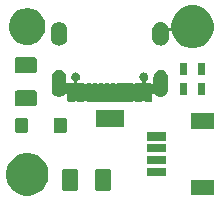
<source format=gts>
G04 #@! TF.GenerationSoftware,KiCad,Pcbnew,(5.1.4)-1*
G04 #@! TF.CreationDate,2022-05-10T00:39:04+09:00*
G04 #@! TF.ProjectId,Unified-Daughterboard,556e6966-6965-4642-9d44-617567687465,C3*
G04 #@! TF.SameCoordinates,Original*
G04 #@! TF.FileFunction,Soldermask,Top*
G04 #@! TF.FilePolarity,Negative*
%FSLAX46Y46*%
G04 Gerber Fmt 4.6, Leading zero omitted, Abs format (unit mm)*
G04 Created by KiCad (PCBNEW (5.1.4)-1) date 2022-05-10 00:39:04*
%MOMM*%
%LPD*%
G04 APERTURE LIST*
%ADD10C,0.100000*%
G04 APERTURE END LIST*
D10*
G36*
X68527831Y-69311211D02*
G01*
X68855592Y-69446974D01*
X69150570Y-69644072D01*
X69401428Y-69894930D01*
X69598526Y-70189908D01*
X69734289Y-70517669D01*
X69803500Y-70865616D01*
X69803500Y-71220384D01*
X69734289Y-71568331D01*
X69598526Y-71896092D01*
X69401428Y-72191070D01*
X69150570Y-72441928D01*
X68855592Y-72639026D01*
X68527831Y-72774789D01*
X68179884Y-72844000D01*
X67825116Y-72844000D01*
X67477169Y-72774789D01*
X67149408Y-72639026D01*
X66854430Y-72441928D01*
X66603572Y-72191070D01*
X66406474Y-71896092D01*
X66270711Y-71568331D01*
X66201500Y-71220384D01*
X66201500Y-70865616D01*
X66270711Y-70517669D01*
X66406474Y-70189908D01*
X66603572Y-69894930D01*
X66854430Y-69644072D01*
X67149408Y-69446974D01*
X67477169Y-69311211D01*
X67825116Y-69242000D01*
X68179884Y-69242000D01*
X68527831Y-69311211D01*
X68527831Y-69311211D01*
G37*
G36*
X83803500Y-72792000D02*
G01*
X81901500Y-72792000D01*
X81901500Y-71490000D01*
X83803500Y-71490000D01*
X83803500Y-72792000D01*
X83803500Y-72792000D01*
G37*
G36*
X74943604Y-70579347D02*
G01*
X74980144Y-70590432D01*
X75013821Y-70608433D01*
X75043341Y-70632659D01*
X75067567Y-70662179D01*
X75085568Y-70695856D01*
X75096653Y-70732396D01*
X75101000Y-70776538D01*
X75101000Y-72225462D01*
X75096653Y-72269604D01*
X75085568Y-72306144D01*
X75067567Y-72339821D01*
X75043341Y-72369341D01*
X75013821Y-72393567D01*
X74980144Y-72411568D01*
X74943604Y-72422653D01*
X74899462Y-72427000D01*
X73950538Y-72427000D01*
X73906396Y-72422653D01*
X73869856Y-72411568D01*
X73836179Y-72393567D01*
X73806659Y-72369341D01*
X73782433Y-72339821D01*
X73764432Y-72306144D01*
X73753347Y-72269604D01*
X73749000Y-72225462D01*
X73749000Y-70776538D01*
X73753347Y-70732396D01*
X73764432Y-70695856D01*
X73782433Y-70662179D01*
X73806659Y-70632659D01*
X73836179Y-70608433D01*
X73869856Y-70590432D01*
X73906396Y-70579347D01*
X73950538Y-70575000D01*
X74899462Y-70575000D01*
X74943604Y-70579347D01*
X74943604Y-70579347D01*
G37*
G36*
X72143604Y-70579347D02*
G01*
X72180144Y-70590432D01*
X72213821Y-70608433D01*
X72243341Y-70632659D01*
X72267567Y-70662179D01*
X72285568Y-70695856D01*
X72296653Y-70732396D01*
X72301000Y-70776538D01*
X72301000Y-72225462D01*
X72296653Y-72269604D01*
X72285568Y-72306144D01*
X72267567Y-72339821D01*
X72243341Y-72369341D01*
X72213821Y-72393567D01*
X72180144Y-72411568D01*
X72143604Y-72422653D01*
X72099462Y-72427000D01*
X71150538Y-72427000D01*
X71106396Y-72422653D01*
X71069856Y-72411568D01*
X71036179Y-72393567D01*
X71006659Y-72369341D01*
X70982433Y-72339821D01*
X70964432Y-72306144D01*
X70953347Y-72269604D01*
X70949000Y-72225462D01*
X70949000Y-70776538D01*
X70953347Y-70732396D01*
X70964432Y-70695856D01*
X70982433Y-70662179D01*
X71006659Y-70632659D01*
X71036179Y-70608433D01*
X71069856Y-70590432D01*
X71106396Y-70579347D01*
X71150538Y-70575000D01*
X72099462Y-70575000D01*
X72143604Y-70579347D01*
X72143604Y-70579347D01*
G37*
G36*
X79803500Y-71192000D02*
G01*
X78151500Y-71192000D01*
X78151500Y-70490000D01*
X79803500Y-70490000D01*
X79803500Y-71192000D01*
X79803500Y-71192000D01*
G37*
G36*
X79803500Y-70192000D02*
G01*
X78151500Y-70192000D01*
X78151500Y-69490000D01*
X79803500Y-69490000D01*
X79803500Y-70192000D01*
X79803500Y-70192000D01*
G37*
G36*
X79803500Y-69192000D02*
G01*
X78151500Y-69192000D01*
X78151500Y-68490000D01*
X79803500Y-68490000D01*
X79803500Y-69192000D01*
X79803500Y-69192000D01*
G37*
G36*
X79803500Y-68192000D02*
G01*
X78151500Y-68192000D01*
X78151500Y-67490000D01*
X79803500Y-67490000D01*
X79803500Y-68192000D01*
X79803500Y-68192000D01*
G37*
G36*
X71188934Y-66243686D02*
G01*
X71228784Y-66255774D01*
X71265499Y-66275399D01*
X71297686Y-66301814D01*
X71324101Y-66334001D01*
X71343726Y-66370716D01*
X71355814Y-66410566D01*
X71360500Y-66458141D01*
X71360500Y-67321859D01*
X71355814Y-67369434D01*
X71343726Y-67409284D01*
X71324101Y-67445999D01*
X71297686Y-67478186D01*
X71265499Y-67504601D01*
X71228784Y-67524226D01*
X71188934Y-67536314D01*
X71141359Y-67541000D01*
X70477641Y-67541000D01*
X70430066Y-67536314D01*
X70390216Y-67524226D01*
X70353501Y-67504601D01*
X70321314Y-67478186D01*
X70294899Y-67445999D01*
X70275274Y-67409284D01*
X70263186Y-67369434D01*
X70258500Y-67321859D01*
X70258500Y-66458141D01*
X70263186Y-66410566D01*
X70275274Y-66370716D01*
X70294899Y-66334001D01*
X70321314Y-66301814D01*
X70353501Y-66275399D01*
X70390216Y-66255774D01*
X70430066Y-66243686D01*
X70477641Y-66239000D01*
X71141359Y-66239000D01*
X71188934Y-66243686D01*
X71188934Y-66243686D01*
G37*
G36*
X67888934Y-66243686D02*
G01*
X67928784Y-66255774D01*
X67965499Y-66275399D01*
X67997686Y-66301814D01*
X68024101Y-66334001D01*
X68043726Y-66370716D01*
X68055814Y-66410566D01*
X68060500Y-66458141D01*
X68060500Y-67321859D01*
X68055814Y-67369434D01*
X68043726Y-67409284D01*
X68024101Y-67445999D01*
X67997686Y-67478186D01*
X67965499Y-67504601D01*
X67928784Y-67524226D01*
X67888934Y-67536314D01*
X67841359Y-67541000D01*
X67177641Y-67541000D01*
X67130066Y-67536314D01*
X67090216Y-67524226D01*
X67053501Y-67504601D01*
X67021314Y-67478186D01*
X66994899Y-67445999D01*
X66975274Y-67409284D01*
X66963186Y-67369434D01*
X66958500Y-67321859D01*
X66958500Y-66458141D01*
X66963186Y-66410566D01*
X66975274Y-66370716D01*
X66994899Y-66334001D01*
X67021314Y-66301814D01*
X67053501Y-66275399D01*
X67090216Y-66255774D01*
X67130066Y-66243686D01*
X67177641Y-66239000D01*
X67841359Y-66239000D01*
X67888934Y-66243686D01*
X67888934Y-66243686D01*
G37*
G36*
X83803500Y-67192000D02*
G01*
X81901500Y-67192000D01*
X81901500Y-65890000D01*
X83803500Y-65890000D01*
X83803500Y-67192000D01*
X83803500Y-67192000D01*
G37*
G36*
X76178500Y-67054000D02*
G01*
X74316793Y-67054000D01*
X74305434Y-67032749D01*
X74289889Y-67013807D01*
X74270947Y-66998262D01*
X74249336Y-66986711D01*
X74225887Y-66979598D01*
X74201501Y-66977196D01*
X74177115Y-66979598D01*
X74153666Y-66986711D01*
X74132055Y-66998262D01*
X74127799Y-67001419D01*
X74126952Y-67002451D01*
X74100281Y-67024339D01*
X74069853Y-67040603D01*
X74036837Y-67050618D01*
X74002501Y-67054000D01*
X74002499Y-67054000D01*
X73968163Y-67050618D01*
X73935147Y-67040603D01*
X73904719Y-67024339D01*
X73878048Y-67002451D01*
X73856160Y-66975780D01*
X73839896Y-66945352D01*
X73829881Y-66912336D01*
X73826499Y-66878000D01*
X73826499Y-66578000D01*
X73829881Y-66543664D01*
X73839896Y-66510648D01*
X73856160Y-66480220D01*
X73858117Y-66477835D01*
X73861381Y-66471729D01*
X73863917Y-66467934D01*
X73873297Y-66445296D01*
X73878080Y-66421263D01*
X73878082Y-66396759D01*
X73873304Y-66372726D01*
X73863929Y-66350086D01*
X73850317Y-66329710D01*
X73832992Y-66312381D01*
X73826500Y-66308042D01*
X73826500Y-65632000D01*
X76178500Y-65632000D01*
X76178500Y-67054000D01*
X76178500Y-67054000D01*
G37*
G36*
X68659104Y-63935347D02*
G01*
X68695644Y-63946432D01*
X68729321Y-63964433D01*
X68758841Y-63988659D01*
X68783067Y-64018179D01*
X68801068Y-64051856D01*
X68812153Y-64088396D01*
X68816500Y-64132538D01*
X68816500Y-65081462D01*
X68812153Y-65125604D01*
X68801068Y-65162144D01*
X68783067Y-65195821D01*
X68758841Y-65225341D01*
X68729321Y-65249567D01*
X68695644Y-65267568D01*
X68659104Y-65278653D01*
X68614962Y-65283000D01*
X67166038Y-65283000D01*
X67121896Y-65278653D01*
X67085356Y-65267568D01*
X67051679Y-65249567D01*
X67022159Y-65225341D01*
X66997933Y-65195821D01*
X66979932Y-65162144D01*
X66968847Y-65125604D01*
X66964500Y-65081462D01*
X66964500Y-64132538D01*
X66968847Y-64088396D01*
X66979932Y-64051856D01*
X66997933Y-64018179D01*
X67022159Y-63988659D01*
X67051679Y-63964433D01*
X67085356Y-63946432D01*
X67121896Y-63935347D01*
X67166038Y-63931000D01*
X68614962Y-63931000D01*
X68659104Y-63935347D01*
X68659104Y-63935347D01*
G37*
G36*
X79420318Y-62200696D02*
G01*
X79533605Y-62235062D01*
X79638012Y-62290869D01*
X79729527Y-62365973D01*
X79804631Y-62457488D01*
X79860438Y-62561895D01*
X79894804Y-62675182D01*
X79903500Y-62763481D01*
X79903500Y-63922519D01*
X79894804Y-64010818D01*
X79860438Y-64124105D01*
X79804631Y-64228512D01*
X79804630Y-64228513D01*
X79729527Y-64320027D01*
X79700315Y-64344000D01*
X79638011Y-64395131D01*
X79533604Y-64450938D01*
X79420317Y-64485304D01*
X79302500Y-64496907D01*
X79184682Y-64485304D01*
X79071395Y-64450938D01*
X78966988Y-64395131D01*
X78950577Y-64381663D01*
X78875473Y-64320027D01*
X78825122Y-64258673D01*
X78807798Y-64241348D01*
X78787423Y-64227735D01*
X78764784Y-64218357D01*
X78740751Y-64213577D01*
X78716247Y-64213577D01*
X78692214Y-64218357D01*
X78669575Y-64227735D01*
X78649201Y-64241348D01*
X78631873Y-64258675D01*
X78618260Y-64279050D01*
X78608882Y-64301689D01*
X78604102Y-64325722D01*
X78603500Y-64337974D01*
X78603500Y-64774860D01*
X78600736Y-64802928D01*
X78594340Y-64824009D01*
X78583952Y-64843445D01*
X78569976Y-64860476D01*
X78552945Y-64874452D01*
X78533509Y-64884840D01*
X78512428Y-64891236D01*
X78484360Y-64894000D01*
X78020640Y-64894000D01*
X77992572Y-64891236D01*
X77971491Y-64884840D01*
X77952056Y-64874452D01*
X77931797Y-64857827D01*
X77911423Y-64844214D01*
X77888784Y-64834837D01*
X77864750Y-64830057D01*
X77840246Y-64830057D01*
X77816213Y-64834838D01*
X77793574Y-64844216D01*
X77773203Y-64857827D01*
X77752944Y-64874452D01*
X77733509Y-64884840D01*
X77712428Y-64891236D01*
X77684360Y-64894000D01*
X77220640Y-64894000D01*
X77192572Y-64891236D01*
X77171491Y-64884840D01*
X77152056Y-64874452D01*
X77127048Y-64853929D01*
X77106674Y-64840315D01*
X77084035Y-64830938D01*
X77060002Y-64826157D01*
X77035497Y-64826157D01*
X77011464Y-64830937D01*
X76988825Y-64840314D01*
X76968451Y-64853928D01*
X76951123Y-64871256D01*
X76941943Y-64882442D01*
X76936276Y-64887092D01*
X76929810Y-64890549D01*
X76922795Y-64892677D01*
X76909360Y-64894000D01*
X76595640Y-64894000D01*
X76582205Y-64892677D01*
X76575191Y-64890549D01*
X76561423Y-64883190D01*
X76538784Y-64873813D01*
X76514751Y-64869033D01*
X76490247Y-64869033D01*
X76466214Y-64873814D01*
X76443577Y-64883190D01*
X76429809Y-64890549D01*
X76422795Y-64892677D01*
X76409360Y-64894000D01*
X76095640Y-64894000D01*
X76082205Y-64892677D01*
X76075191Y-64890549D01*
X76061423Y-64883190D01*
X76038784Y-64873813D01*
X76014751Y-64869033D01*
X75990247Y-64869033D01*
X75966214Y-64873814D01*
X75943577Y-64883190D01*
X75929809Y-64890549D01*
X75922795Y-64892677D01*
X75909360Y-64894000D01*
X75595640Y-64894000D01*
X75582205Y-64892677D01*
X75575191Y-64890549D01*
X75563423Y-64884259D01*
X75540784Y-64874882D01*
X75516751Y-64870102D01*
X75492247Y-64870102D01*
X75468214Y-64874883D01*
X75445577Y-64884259D01*
X75433809Y-64890549D01*
X75426795Y-64892677D01*
X75413360Y-64894000D01*
X75099640Y-64894000D01*
X75086205Y-64892677D01*
X75079191Y-64890549D01*
X75063423Y-64882121D01*
X75040784Y-64872744D01*
X75016751Y-64867964D01*
X74992247Y-64867964D01*
X74968214Y-64872745D01*
X74945577Y-64882121D01*
X74929809Y-64890549D01*
X74922795Y-64892677D01*
X74909360Y-64894000D01*
X74595640Y-64894000D01*
X74582205Y-64892677D01*
X74575191Y-64890549D01*
X74561423Y-64883190D01*
X74538784Y-64873813D01*
X74514751Y-64869033D01*
X74490247Y-64869033D01*
X74466214Y-64873814D01*
X74443577Y-64883190D01*
X74429809Y-64890549D01*
X74422795Y-64892677D01*
X74409360Y-64894000D01*
X74095640Y-64894000D01*
X74082205Y-64892677D01*
X74075191Y-64890549D01*
X74061423Y-64883190D01*
X74038784Y-64873813D01*
X74014751Y-64869033D01*
X73990247Y-64869033D01*
X73966214Y-64873814D01*
X73943577Y-64883190D01*
X73929809Y-64890549D01*
X73922795Y-64892677D01*
X73909360Y-64894000D01*
X73595640Y-64894000D01*
X73582205Y-64892677D01*
X73575191Y-64890549D01*
X73561423Y-64883190D01*
X73538784Y-64873813D01*
X73514751Y-64869033D01*
X73490247Y-64869033D01*
X73466214Y-64873814D01*
X73443577Y-64883190D01*
X73429809Y-64890549D01*
X73422795Y-64892677D01*
X73409360Y-64894000D01*
X73095640Y-64894000D01*
X73082205Y-64892677D01*
X73075190Y-64890549D01*
X73068724Y-64887092D01*
X73063057Y-64882442D01*
X73053877Y-64871256D01*
X73036550Y-64853929D01*
X73016176Y-64840315D01*
X72993537Y-64830938D01*
X72969504Y-64826157D01*
X72945000Y-64826157D01*
X72920967Y-64830937D01*
X72898328Y-64840314D01*
X72877952Y-64853929D01*
X72852944Y-64874452D01*
X72833509Y-64884840D01*
X72812428Y-64891236D01*
X72784360Y-64894000D01*
X72320640Y-64894000D01*
X72292572Y-64891236D01*
X72271491Y-64884840D01*
X72252056Y-64874452D01*
X72231797Y-64857827D01*
X72211423Y-64844214D01*
X72188784Y-64834837D01*
X72164750Y-64830057D01*
X72140246Y-64830057D01*
X72116213Y-64834838D01*
X72093574Y-64844216D01*
X72073203Y-64857827D01*
X72052944Y-64874452D01*
X72033509Y-64884840D01*
X72012428Y-64891236D01*
X71984360Y-64894000D01*
X71520640Y-64894000D01*
X71492572Y-64891236D01*
X71471491Y-64884840D01*
X71452055Y-64874452D01*
X71435024Y-64860476D01*
X71421048Y-64843445D01*
X71410660Y-64824009D01*
X71404264Y-64802928D01*
X71401500Y-64774860D01*
X71401500Y-64337975D01*
X71399098Y-64313589D01*
X71391985Y-64290140D01*
X71380434Y-64268529D01*
X71364889Y-64249587D01*
X71345947Y-64234042D01*
X71324336Y-64222491D01*
X71300887Y-64215378D01*
X71276501Y-64212976D01*
X71252115Y-64215378D01*
X71228666Y-64222491D01*
X71207055Y-64234042D01*
X71179877Y-64258675D01*
X71129527Y-64320027D01*
X71100315Y-64344000D01*
X71038011Y-64395131D01*
X70933604Y-64450938D01*
X70820317Y-64485304D01*
X70702500Y-64496907D01*
X70584682Y-64485304D01*
X70471395Y-64450938D01*
X70366988Y-64395131D01*
X70353072Y-64383711D01*
X70275473Y-64320027D01*
X70200370Y-64228512D01*
X70200369Y-64228511D01*
X70144562Y-64124104D01*
X70110196Y-64010817D01*
X70101500Y-63922518D01*
X70101501Y-62763481D01*
X70110197Y-62675182D01*
X70144563Y-62561895D01*
X70200370Y-62457488D01*
X70275474Y-62365973D01*
X70366989Y-62290869D01*
X70471396Y-62235062D01*
X70584683Y-62200696D01*
X70702500Y-62189093D01*
X70820318Y-62200696D01*
X70933605Y-62235062D01*
X71038012Y-62290869D01*
X71129527Y-62365973D01*
X71204631Y-62457488D01*
X71260438Y-62561895D01*
X71294804Y-62675182D01*
X71303500Y-62763481D01*
X71303500Y-63233578D01*
X71305902Y-63257964D01*
X71313015Y-63281413D01*
X71324566Y-63303024D01*
X71340111Y-63321966D01*
X71359053Y-63337511D01*
X71380664Y-63349062D01*
X71404113Y-63356175D01*
X71428499Y-63358577D01*
X71452885Y-63356175D01*
X71464786Y-63353194D01*
X71492574Y-63344764D01*
X71520640Y-63342000D01*
X71846785Y-63342000D01*
X71871171Y-63339598D01*
X71894620Y-63332485D01*
X71916231Y-63320934D01*
X71935173Y-63305389D01*
X71950718Y-63286447D01*
X71962269Y-63264836D01*
X71969382Y-63241387D01*
X71971784Y-63217001D01*
X71969382Y-63192615D01*
X71962269Y-63169166D01*
X71950718Y-63147555D01*
X71935173Y-63128613D01*
X71916236Y-63113072D01*
X71872814Y-63084058D01*
X71820442Y-63031686D01*
X71779293Y-62970103D01*
X71750950Y-62901675D01*
X71736500Y-62829033D01*
X71736500Y-62754967D01*
X71750950Y-62682325D01*
X71779293Y-62613897D01*
X71820442Y-62552314D01*
X71872814Y-62499942D01*
X71934397Y-62458793D01*
X72002825Y-62430450D01*
X72002826Y-62430450D01*
X72002828Y-62430449D01*
X72075466Y-62416000D01*
X72149534Y-62416000D01*
X72222172Y-62430449D01*
X72222174Y-62430450D01*
X72222175Y-62430450D01*
X72290603Y-62458793D01*
X72352186Y-62499942D01*
X72404558Y-62552314D01*
X72445707Y-62613897D01*
X72474050Y-62682325D01*
X72488500Y-62754967D01*
X72488500Y-62829033D01*
X72474050Y-62901675D01*
X72445707Y-62970103D01*
X72404558Y-63031686D01*
X72352186Y-63084058D01*
X72308764Y-63113072D01*
X72289827Y-63128614D01*
X72274282Y-63147556D01*
X72262731Y-63169166D01*
X72255618Y-63192615D01*
X72253216Y-63217001D01*
X72255618Y-63241387D01*
X72262731Y-63264836D01*
X72274282Y-63286447D01*
X72289828Y-63305389D01*
X72308770Y-63320934D01*
X72330380Y-63332485D01*
X72353829Y-63339598D01*
X72378215Y-63342000D01*
X72784360Y-63342000D01*
X72812428Y-63344764D01*
X72833509Y-63351160D01*
X72852944Y-63361548D01*
X72877952Y-63382071D01*
X72898326Y-63395685D01*
X72920965Y-63405062D01*
X72944998Y-63409843D01*
X72969503Y-63409843D01*
X72993536Y-63405063D01*
X73016175Y-63395686D01*
X73036549Y-63382072D01*
X73053877Y-63364744D01*
X73063057Y-63353558D01*
X73068724Y-63348908D01*
X73075190Y-63345451D01*
X73082205Y-63343323D01*
X73095640Y-63342000D01*
X73409360Y-63342000D01*
X73422795Y-63343323D01*
X73429809Y-63345451D01*
X73443577Y-63352810D01*
X73466216Y-63362187D01*
X73490249Y-63366967D01*
X73514753Y-63366967D01*
X73538786Y-63362186D01*
X73561423Y-63352810D01*
X73575191Y-63345451D01*
X73582205Y-63343323D01*
X73595640Y-63342000D01*
X73909360Y-63342000D01*
X73922795Y-63343323D01*
X73929809Y-63345451D01*
X73943577Y-63352810D01*
X73966216Y-63362187D01*
X73990249Y-63366967D01*
X74014753Y-63366967D01*
X74038786Y-63362186D01*
X74061423Y-63352810D01*
X74075191Y-63345451D01*
X74082205Y-63343323D01*
X74095640Y-63342000D01*
X74409360Y-63342000D01*
X74422795Y-63343323D01*
X74429809Y-63345451D01*
X74443577Y-63352810D01*
X74466216Y-63362187D01*
X74490249Y-63366967D01*
X74514753Y-63366967D01*
X74538786Y-63362186D01*
X74561423Y-63352810D01*
X74575191Y-63345451D01*
X74582205Y-63343323D01*
X74595640Y-63342000D01*
X74909360Y-63342000D01*
X74922795Y-63343323D01*
X74929809Y-63345451D01*
X74945577Y-63353879D01*
X74968216Y-63363256D01*
X74992249Y-63368036D01*
X75016753Y-63368036D01*
X75040786Y-63363255D01*
X75063423Y-63353879D01*
X75079191Y-63345451D01*
X75086205Y-63343323D01*
X75099640Y-63342000D01*
X75413360Y-63342000D01*
X75426795Y-63343323D01*
X75433809Y-63345451D01*
X75445577Y-63351741D01*
X75468216Y-63361118D01*
X75492249Y-63365898D01*
X75516753Y-63365898D01*
X75540786Y-63361117D01*
X75563423Y-63351741D01*
X75575191Y-63345451D01*
X75582205Y-63343323D01*
X75595640Y-63342000D01*
X75909360Y-63342000D01*
X75922795Y-63343323D01*
X75929809Y-63345451D01*
X75943577Y-63352810D01*
X75966216Y-63362187D01*
X75990249Y-63366967D01*
X76014753Y-63366967D01*
X76038786Y-63362186D01*
X76061423Y-63352810D01*
X76075191Y-63345451D01*
X76082205Y-63343323D01*
X76095640Y-63342000D01*
X76409360Y-63342000D01*
X76422795Y-63343323D01*
X76429809Y-63345451D01*
X76443577Y-63352810D01*
X76466216Y-63362187D01*
X76490249Y-63366967D01*
X76514753Y-63366967D01*
X76538786Y-63362186D01*
X76561423Y-63352810D01*
X76575191Y-63345451D01*
X76582205Y-63343323D01*
X76595640Y-63342000D01*
X76909360Y-63342000D01*
X76922795Y-63343323D01*
X76929810Y-63345451D01*
X76936276Y-63348908D01*
X76941943Y-63353558D01*
X76951123Y-63364744D01*
X76968450Y-63382071D01*
X76988824Y-63395685D01*
X77011463Y-63405062D01*
X77035496Y-63409843D01*
X77060000Y-63409843D01*
X77084033Y-63405063D01*
X77106672Y-63395686D01*
X77127048Y-63382071D01*
X77152056Y-63361548D01*
X77171491Y-63351160D01*
X77192572Y-63344764D01*
X77220640Y-63342000D01*
X77626785Y-63342000D01*
X77651171Y-63339598D01*
X77674620Y-63332485D01*
X77696231Y-63320934D01*
X77715173Y-63305389D01*
X77730718Y-63286447D01*
X77742269Y-63264836D01*
X77749382Y-63241387D01*
X77751784Y-63217001D01*
X77749382Y-63192615D01*
X77742269Y-63169166D01*
X77730718Y-63147555D01*
X77715173Y-63128613D01*
X77696236Y-63113072D01*
X77652814Y-63084058D01*
X77600442Y-63031686D01*
X77559293Y-62970103D01*
X77530950Y-62901675D01*
X77516500Y-62829033D01*
X77516500Y-62754967D01*
X77530950Y-62682325D01*
X77559293Y-62613897D01*
X77600442Y-62552314D01*
X77652814Y-62499942D01*
X77714397Y-62458793D01*
X77782825Y-62430450D01*
X77782826Y-62430450D01*
X77782828Y-62430449D01*
X77855466Y-62416000D01*
X77929534Y-62416000D01*
X78002172Y-62430449D01*
X78002174Y-62430450D01*
X78002175Y-62430450D01*
X78070603Y-62458793D01*
X78132186Y-62499942D01*
X78184558Y-62552314D01*
X78225707Y-62613897D01*
X78254050Y-62682325D01*
X78268500Y-62754967D01*
X78268500Y-62829033D01*
X78254050Y-62901675D01*
X78225707Y-62970103D01*
X78184558Y-63031686D01*
X78132186Y-63084058D01*
X78088764Y-63113072D01*
X78069827Y-63128614D01*
X78054282Y-63147556D01*
X78042731Y-63169166D01*
X78035618Y-63192615D01*
X78033216Y-63217001D01*
X78035618Y-63241387D01*
X78042731Y-63264836D01*
X78054282Y-63286447D01*
X78069828Y-63305389D01*
X78088770Y-63320934D01*
X78110380Y-63332485D01*
X78133829Y-63339598D01*
X78158215Y-63342000D01*
X78484360Y-63342000D01*
X78512428Y-63344764D01*
X78540216Y-63353194D01*
X78564249Y-63357975D01*
X78588753Y-63357975D01*
X78612787Y-63353195D01*
X78635425Y-63343818D01*
X78655800Y-63330204D01*
X78673127Y-63312877D01*
X78686741Y-63292503D01*
X78696118Y-63269864D01*
X78700899Y-63245831D01*
X78701501Y-63233578D01*
X78701501Y-62763481D01*
X78710197Y-62675182D01*
X78744563Y-62561895D01*
X78800370Y-62457488D01*
X78875474Y-62365973D01*
X78966989Y-62290869D01*
X79071396Y-62235062D01*
X79184683Y-62200696D01*
X79302500Y-62189093D01*
X79420318Y-62200696D01*
X79420318Y-62200696D01*
G37*
G36*
X83053500Y-64344000D02*
G01*
X82451500Y-64344000D01*
X82451500Y-63342000D01*
X83053500Y-63342000D01*
X83053500Y-64344000D01*
X83053500Y-64344000D01*
G37*
G36*
X81553500Y-64344000D02*
G01*
X80951500Y-64344000D01*
X80951500Y-63342000D01*
X81553500Y-63342000D01*
X81553500Y-64344000D01*
X81553500Y-64344000D01*
G37*
G36*
X81553500Y-62644000D02*
G01*
X80951500Y-62644000D01*
X80951500Y-61642000D01*
X81553500Y-61642000D01*
X81553500Y-62644000D01*
X81553500Y-62644000D01*
G37*
G36*
X83053500Y-62644000D02*
G01*
X82451500Y-62644000D01*
X82451500Y-61642000D01*
X83053500Y-61642000D01*
X83053500Y-62644000D01*
X83053500Y-62644000D01*
G37*
G36*
X68659104Y-61135347D02*
G01*
X68695644Y-61146432D01*
X68729321Y-61164433D01*
X68758841Y-61188659D01*
X68783067Y-61218179D01*
X68801068Y-61251856D01*
X68812153Y-61288396D01*
X68816500Y-61332538D01*
X68816500Y-62281462D01*
X68812153Y-62325604D01*
X68801068Y-62362144D01*
X68783067Y-62395821D01*
X68758841Y-62425341D01*
X68729321Y-62449567D01*
X68695644Y-62467568D01*
X68659104Y-62478653D01*
X68614962Y-62483000D01*
X67166038Y-62483000D01*
X67121896Y-62478653D01*
X67085356Y-62467568D01*
X67051679Y-62449567D01*
X67022159Y-62425341D01*
X66997933Y-62395821D01*
X66979932Y-62362144D01*
X66968847Y-62325604D01*
X66964500Y-62281462D01*
X66964500Y-61332538D01*
X66968847Y-61288396D01*
X66979932Y-61251856D01*
X66997933Y-61218179D01*
X67022159Y-61188659D01*
X67051679Y-61164433D01*
X67085356Y-61146432D01*
X67121896Y-61135347D01*
X67166038Y-61131000D01*
X68614962Y-61131000D01*
X68659104Y-61135347D01*
X68659104Y-61135347D01*
G37*
G36*
X82529831Y-56811211D02*
G01*
X82857592Y-56946974D01*
X83152570Y-57144072D01*
X83403428Y-57394930D01*
X83600526Y-57689908D01*
X83736289Y-58017669D01*
X83805500Y-58365616D01*
X83805500Y-58720384D01*
X83736289Y-59068331D01*
X83600526Y-59396092D01*
X83403428Y-59691070D01*
X83152570Y-59941928D01*
X82857592Y-60139026D01*
X82529831Y-60274789D01*
X82181884Y-60344000D01*
X81827116Y-60344000D01*
X81479169Y-60274789D01*
X81151408Y-60139026D01*
X80856430Y-59941928D01*
X80605572Y-59691070D01*
X80408474Y-59396092D01*
X80272711Y-59068331D01*
X80251096Y-58959665D01*
X80243983Y-58936216D01*
X80232432Y-58914605D01*
X80216887Y-58895663D01*
X80197945Y-58880118D01*
X80176334Y-58868567D01*
X80152885Y-58861454D01*
X80128499Y-58859052D01*
X80104113Y-58861454D01*
X80080664Y-58868567D01*
X80059053Y-58880118D01*
X80040111Y-58895663D01*
X80024566Y-58914605D01*
X80013015Y-58936216D01*
X80005902Y-58959665D01*
X80003500Y-58984051D01*
X80003500Y-59477432D01*
X79993357Y-59580421D01*
X79959791Y-59691070D01*
X79953272Y-59712559D01*
X79888181Y-59834338D01*
X79888179Y-59834340D01*
X79800580Y-59941080D01*
X79712980Y-60012971D01*
X79693838Y-60028680D01*
X79572058Y-60093772D01*
X79572056Y-60093773D01*
X79439920Y-60133857D01*
X79302500Y-60147391D01*
X79165079Y-60133857D01*
X79032943Y-60093773D01*
X79032941Y-60093772D01*
X78911161Y-60028680D01*
X78894930Y-60015360D01*
X78804420Y-59941080D01*
X78716821Y-59834339D01*
X78670534Y-59747741D01*
X78651728Y-59712558D01*
X78651727Y-59712556D01*
X78611643Y-59580420D01*
X78601500Y-59477431D01*
X78601500Y-58808568D01*
X78611643Y-58705579D01*
X78651727Y-58573442D01*
X78716820Y-58451662D01*
X78804421Y-58344920D01*
X78911161Y-58257321D01*
X78911160Y-58257321D01*
X78911162Y-58257320D01*
X79032942Y-58192228D01*
X79032944Y-58192227D01*
X79165080Y-58152143D01*
X79302500Y-58138609D01*
X79439921Y-58152143D01*
X79572057Y-58192227D01*
X79572059Y-58192228D01*
X79693839Y-58257320D01*
X79800580Y-58344920D01*
X79888180Y-58451661D01*
X79918479Y-58508348D01*
X79953272Y-58573440D01*
X79958884Y-58591942D01*
X79968262Y-58614581D01*
X79981876Y-58634956D01*
X79999203Y-58652283D01*
X80019577Y-58665896D01*
X80042216Y-58675274D01*
X80066249Y-58680054D01*
X80090753Y-58680054D01*
X80114786Y-58675274D01*
X80137425Y-58665896D01*
X80157800Y-58652282D01*
X80175127Y-58634955D01*
X80188740Y-58614581D01*
X80198118Y-58591942D01*
X80203500Y-58555657D01*
X80203500Y-58365616D01*
X80272711Y-58017669D01*
X80408474Y-57689908D01*
X80605572Y-57394930D01*
X80856430Y-57144072D01*
X81151408Y-56946974D01*
X81479169Y-56811211D01*
X81827116Y-56742000D01*
X82181884Y-56742000D01*
X82529831Y-56811211D01*
X82529831Y-56811211D01*
G37*
G36*
X70839921Y-58152143D02*
G01*
X70972057Y-58192227D01*
X70972059Y-58192228D01*
X71093839Y-58257320D01*
X71200580Y-58344920D01*
X71288180Y-58451661D01*
X71343766Y-58555657D01*
X71353273Y-58573443D01*
X71393357Y-58705579D01*
X71403500Y-58808568D01*
X71403500Y-59477432D01*
X71393357Y-59580421D01*
X71359791Y-59691070D01*
X71353272Y-59712559D01*
X71288181Y-59834338D01*
X71288179Y-59834340D01*
X71200580Y-59941080D01*
X71112980Y-60012971D01*
X71093838Y-60028680D01*
X70972058Y-60093772D01*
X70972056Y-60093773D01*
X70839920Y-60133857D01*
X70702500Y-60147391D01*
X70565079Y-60133857D01*
X70432943Y-60093773D01*
X70432941Y-60093772D01*
X70311161Y-60028680D01*
X70294930Y-60015360D01*
X70204420Y-59941080D01*
X70116821Y-59834339D01*
X70070534Y-59747741D01*
X70051728Y-59712558D01*
X70051727Y-59712556D01*
X70011643Y-59580420D01*
X70001500Y-59477431D01*
X70001500Y-58808568D01*
X70011643Y-58705579D01*
X70051727Y-58573442D01*
X70116820Y-58451662D01*
X70204421Y-58344920D01*
X70311161Y-58257321D01*
X70311160Y-58257321D01*
X70311162Y-58257320D01*
X70432942Y-58192228D01*
X70432944Y-58192227D01*
X70565080Y-58152143D01*
X70702500Y-58138609D01*
X70839921Y-58152143D01*
X70839921Y-58152143D01*
G37*
G36*
X68307085Y-57021802D02*
G01*
X68456910Y-57051604D01*
X68739174Y-57168521D01*
X68993205Y-57338259D01*
X69209241Y-57554295D01*
X69378979Y-57808326D01*
X69495896Y-58090590D01*
X69555500Y-58390240D01*
X69555500Y-58695760D01*
X69495896Y-58995410D01*
X69378979Y-59277674D01*
X69209241Y-59531705D01*
X68993205Y-59747741D01*
X68739174Y-59917479D01*
X68456910Y-60034396D01*
X68307085Y-60064198D01*
X68157261Y-60094000D01*
X67851739Y-60094000D01*
X67701915Y-60064198D01*
X67552090Y-60034396D01*
X67269826Y-59917479D01*
X67015795Y-59747741D01*
X66799759Y-59531705D01*
X66630021Y-59277674D01*
X66513104Y-58995410D01*
X66453500Y-58695760D01*
X66453500Y-58390240D01*
X66513104Y-58090590D01*
X66630021Y-57808326D01*
X66799759Y-57554295D01*
X67015795Y-57338259D01*
X67269826Y-57168521D01*
X67552090Y-57051604D01*
X67701915Y-57021802D01*
X67851739Y-56992000D01*
X68157261Y-56992000D01*
X68307085Y-57021802D01*
X68307085Y-57021802D01*
G37*
M02*

</source>
